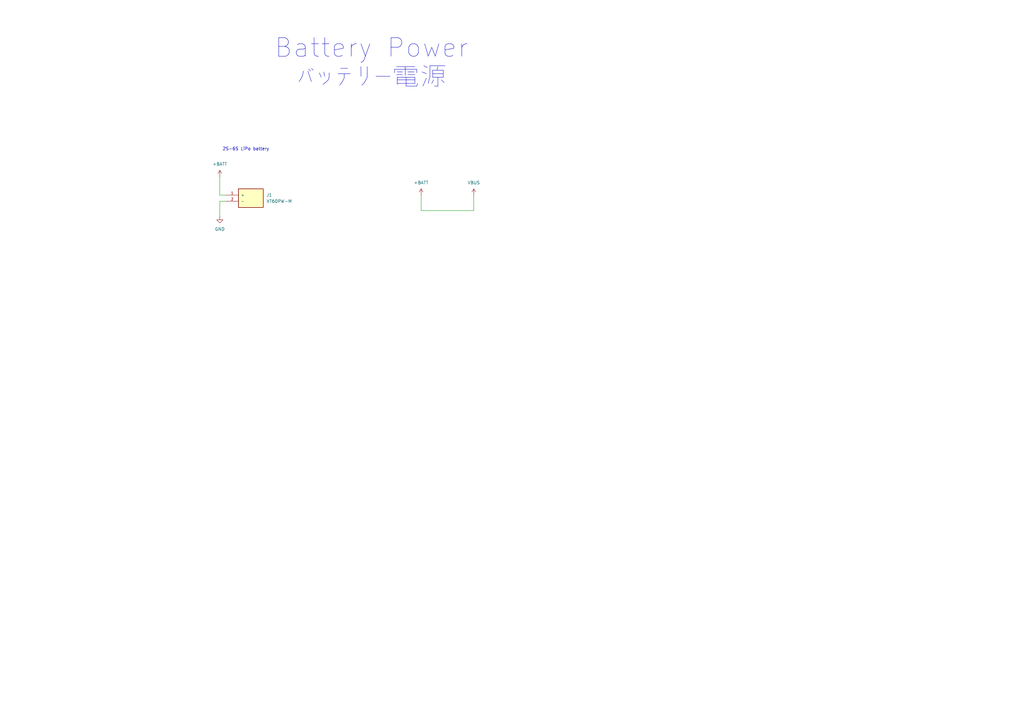
<source format=kicad_sch>
(kicad_sch (version 20231120) (generator "eeschema") (generator_version "8.0")
  (paper "A3")
  (lib_symbols
    (symbol "XT60PW-M:XT60PW-M" (pin_names (offset 1.016))
      (property "Reference" "J" (at -5.08 5.7234 0))
      (property "Value" "XT60PW-M" (at -5.08 -5.0923 0))
      (symbol "XT60PW-M_0_0"
        (rectangle (start -5.08 -2.54) (end 5.08 5.08) (stroke (width 0.254)) (fill (type background)))
        (pin passive line (at -10.16 2.54 0) (length 5.08) (name "+") (number "1"))
        (pin passive line (at -10.16 0 0) (length 5.08) (name "-") (number "2"))
      )
    )
    (symbol "power:+BATT" (power) (pin_numbers hide) (pin_names (offset 0) hide)
      (property "Value" "+BATT" (at 0 3.556 0))
      (symbol "+BATT_0_1"
        (polyline (pts (xy -0.762 1.27) (xy 0 2.54)))
        (polyline (pts (xy 0 0) (xy 0 2.54)))
        (polyline (pts (xy 0 2.54) (xy 0.762 1.27)))
      )
      (symbol "+BATT_1_1"
        (pin power_in line (at 0 0 90) (length 0) (name "~") (number "1"))
      )
    )
    (symbol "power:GND" (power) (pin_numbers hide) (pin_names (offset 0) hide)
      (property "Value" "GND" (at 0 -3.81 0))
      (symbol "GND_0_1"
        (polyline (pts (xy 0 0) (xy 0 -1.27) (xy 1.27 -1.27) (xy 0 -2.54) (xy -1.27 -1.27) (xy 0 -1.27)))
      )
      (symbol "GND_1_1"
        (pin power_in line (at 0 0 270) (length 0) (name "~") (number "1"))
      )
    )
    (symbol "power:VBUS" (power) (pin_numbers hide) (pin_names (offset 0) hide)
      (property "Value" "VBUS" (at 0 3.556 0))
      (symbol "VBUS_0_1"
        (polyline (pts (xy -0.762 1.27) (xy 0 2.54)))
        (polyline (pts (xy 0 0) (xy 0 2.54)))
        (polyline (pts (xy 0 2.54) (xy 0.762 1.27)))
      )
      (symbol "VBUS_1_1"
        (pin power_in line (at 0 0 90) (length 0) (name "~") (number "1"))
      )
    )
  )
  (wire (pts (xy 172.72 86.36) (xy 172.72 80.01)))
  (wire (pts (xy 194.31 80.01) (xy 194.31 86.36)))
  (wire (pts (xy 90.17 80.01) (xy 90.17 72.39)))
  (wire (pts (xy 92.71 80.01) (xy 90.17 80.01)))
  (wire (pts (xy 194.31 86.36) (xy 172.72 86.36)))
  (wire (pts (xy 90.17 82.55) (xy 90.17 88.9)))
  (wire (pts (xy 92.71 82.55) (xy 90.17 82.55)))
  (text "2S-6S LiPo battery " (at 101.346 61.214 0) (effects (font (size 1.27 1.27))))
  (text "Battery Power\nバッテリー電源" (at 152.4 25.908 0) (effects (font (size 7.62 7.62))))
  (symbol (lib_id "power:GND") (at 90.17 88.9 0) (unit 1)
    (property "Reference" "#PWR03" (effects (hide yes)))
    (property "Value" "GND" (at 90.17 93.98 0))
    (property "Description" "Power symbol creates a global label with name \"GND\" , ground" (effects (hide yes)))
  )
  (symbol (lib_id "power:+BATT") (at 172.72 80.01 0) (unit 1)
    (property "Reference" "#PWR06" (effects (hide yes)))
    (property "Value" "+BATT" (at 172.72 74.93 0))
    (property "Description" "Power symbol creates a global label with name \"+BATT\"" (effects (hide yes)))
  )
  (symbol (lib_id "power:VBUS") (at 194.31 80.01 0) (unit 1)
    (property "Reference" "#PWR05" (effects (hide yes)))
    (property "Value" "VBUS" (at 194.31 74.93 0))
    (property "Description" "Power symbol creates a global label with name \"VBUS\"" (effects (hide yes)))
  )
  (symbol (lib_id "XT60PW-M:XT60PW-M") (at 102.87 82.55 0) (unit 1)
    (property "Reference" "J1" (at 109.22 80.0099 0) (effects (justify left)))
    (property "Value" "XT60PW-M" (at 109.22 82.5499 0) (effects (justify left)))
    (property "Footprint" "XT60PW-M:AMASS_XT60PW-M" (effects (hide yes)))
    (property "MF" "AMASS" (effects (hide yes)))
    (property "MAXIMUM_PACKAGE_HEIGHT" "8.4 mm" (effects (hide yes)))
    (property "Package" "Package" (effects (hide yes)))
    (property "Price" "None" (effects (hide yes)))
    (property "Check_prices" "https://www.snapeda.com/parts/XT60PW-M/AMASS/view-part/?ref=eda" (effects (hide yes)))
    (property "STANDARD" "Manufacturer recommendations" (effects (hide yes)))
    (property "PARTREV" "V1.2" (effects (hide yes)))
    (property "SnapEDA_Link" "https://www.snapeda.com/parts/XT60PW-M/AMASS/view-part/?ref=snap" (effects (hide yes)))
    (property "MP" "XT60PW-M" (effects (hide yes)))
    (property "Description_1" "\nSocket, DC supply, male, PIN: 2\n" (effects (hide yes)))
    (property "Availability" "Not in stock" (effects (hide yes)))
    (property "MANUFACTURER" "AMASS" (effects (hide yes)))
  )
  (symbol (lib_id "power:+BATT") (at 90.17 72.39 0) (unit 1)
    (property "Reference" "#PWR04" (effects (hide yes)))
    (property "Value" "+BATT" (at 90.17 67.31 0))
    (property "Description" "Power symbol creates a global label with name \"+BATT\"" (effects (hide yes)))
  )
)
</source>
